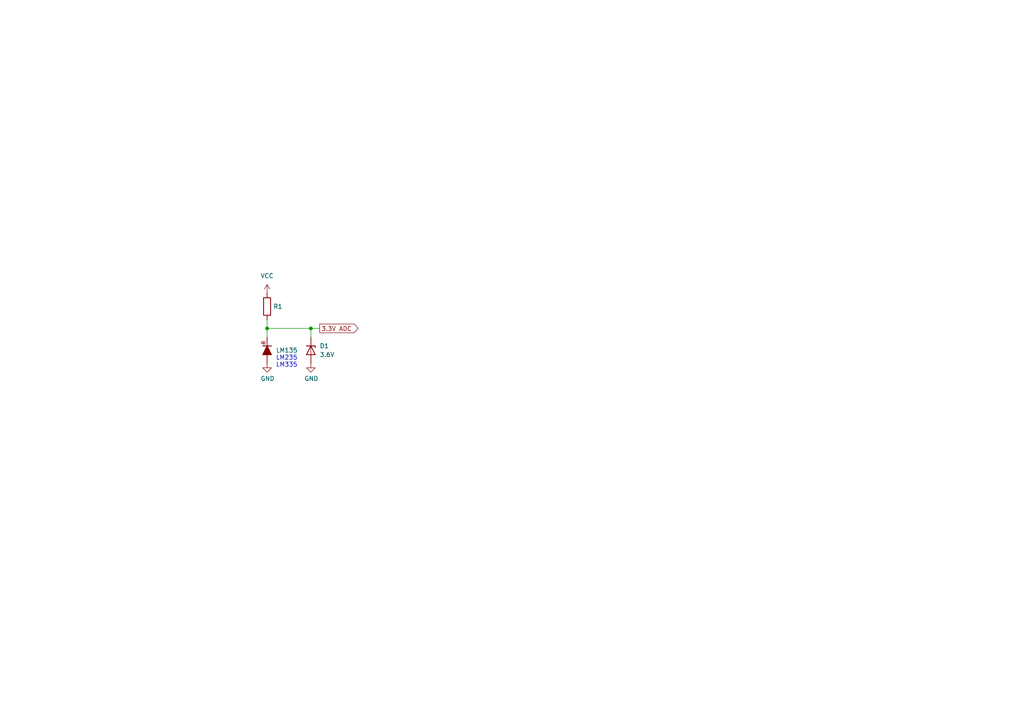
<source format=kicad_sch>
(kicad_sch (version 20250114) (generator "eeschema") (generator_version "9.0")
  (paper "A4")
  (lib_symbols
    (symbol "Device:D_Temperature_Dependent_ALT" (pin_numbers (hide yes)) (pin_names (offset 1.016) (hide yes))
      (property "Reference" "D" (at 0 2.54 0))
      (property "Value" "Device_D_Temperature_Dependent_ALT" (at 0 -3.175 0))
      (symbol "D_Temperature_Dependent_ALT_0_1"
        (arc (start -2.6162 -1.1938) (mid -2.4918 -1.2903) (end -2.4892 -1.4478))
        (arc (start -2.4892 -0.8128) (mid -2.4148 -0.6332) (end -2.2352 -0.5588))
        (arc (start -2.2352 -0.5588) (mid -2.0556 -0.6332) (end -1.9812 -0.8128))
        (arc (start -2.2352 -1.0668) (mid -2.4148 -0.9924) (end -2.4892 -0.8128))
        (arc (start -2.2352 -1.7018) (mid -2.4148 -1.6274) (end -2.4892 -1.4478))
        (arc (start -1.9812 -1.4478) (mid -2.0556 -1.6274) (end -2.2352 -1.7018))
        (arc (start -1.6002 -0.8128) (mid -1.8752 -1.046) (end -2.2352 -1.0668))
        (polyline (pts (xy -1.9812 -1.4224) (xy -1.9812 -0.8128)))
        (polyline (pts (xy -1.27 1.27) (xy -1.27 -1.27)) (stroke (width 0.254)))
        (polyline (pts (xy 1.27 0) (xy -1.27 0)))
        (polyline (pts (xy 1.27 -1.27) (xy 1.27 1.27) (xy -1.27 0) (xy 1.27 -1.27)) (stroke (width 0.254)) (fill (type outline)))
      )
      (symbol "D_Temperature_Dependent_ALT_1_1"
        (pin passive line (at -3.81 0 0) (length 2.54) (name "K") (number "1"))
        (pin passive line (at 3.81 0 180) (length 2.54) (name "A") (number "2"))
      )
    )
    (symbol "Device:R" (pin_numbers (hide yes)) (pin_names (offset 0))
      (property "Reference" "R" (at 2.032 0 90))
      (property "Value" "R" (at 0 0 90))
      (symbol "R_0_1"
        (rectangle (start -1.016 -2.54) (end 1.016 2.54) (stroke (width 0.254)))
      )
      (symbol "R_1_1"
        (pin passive line (at 0 3.81 270) (length 1.27) (name "~") (number "1"))
        (pin passive line (at 0 -3.81 90) (length 1.27) (name "~") (number "2"))
      )
    )
    (symbol "Diode:DZ2S036X0L" (pin_numbers (hide yes)) (pin_names (hide yes))
      (property "Reference" "D" (at 0 2.54 0))
      (property "Value" "DZ2S036X0L" (at 0 -2.54 0))
      (symbol "DZ2S036X0L_0_1"
        (polyline (pts (xy -1.27 -1.27) (xy -1.27 1.27) (xy -0.762 1.27)) (stroke (width 0.254)))
        (polyline (pts (xy 1.27 0) (xy -1.27 0)))
        (polyline (pts (xy 1.27 -1.27) (xy 1.27 1.27) (xy -1.27 0) (xy 1.27 -1.27)) (stroke (width 0.254)))
      )
      (symbol "DZ2S036X0L_1_1"
        (pin passive line (at -3.81 0 0) (length 2.54) (name "K") (number "1"))
        (pin passive line (at 3.81 0 180) (length 2.54) (name "A") (number "2"))
      )
    )
    (symbol "power:GND" (power) (pin_names (offset 0))
      (property "Value" "GND" (at 0 -3.81 0))
      (symbol "GND_0_1"
        (polyline (pts (xy 0 0) (xy 0 -1.27) (xy 1.27 -1.27) (xy 0 -2.54) (xy -1.27 -1.27) (xy 0 -1.27)))
      )
      (symbol "GND_1_1"
        (pin power_in line (at 0 0 270) (length 0) (hide yes) (name "GND") (number "1"))
      )
    )
    (symbol "power:VCC" (power) (pin_numbers (hide yes)) (pin_names (offset 0) (hide yes))
      (property "Value" "VCC" (at 0 3.556 0))
      (symbol "VCC_0_1"
        (polyline (pts (xy -0.762 1.27) (xy 0 2.54)))
        (polyline (pts (xy 0 2.54) (xy 0.762 1.27)))
        (polyline (pts (xy 0 0) (xy 0 2.54)))
      )
      (symbol "VCC_1_1"
        (pin power_in line (at 0 0 90) (length 0) (name "~") (number "1"))
      )
    )
  )
  (text "LM235\nLM335" (at 80.01 106.68 0) (effects (font (size 1.27 1.27)) (justify left bottom)))
  (junction (at 77.47 95.25))
  (junction (at 90.17 95.25))
  (wire (pts (xy 77.47 95.25) (xy 77.47 97.79)))
  (wire (pts (xy 90.17 95.25) (xy 92.71 95.25)))
  (wire (pts (xy 90.17 97.79) (xy 90.17 95.25)))
  (wire (pts (xy 77.47 92.71) (xy 77.47 95.25)))
  (wire (pts (xy 77.47 95.25) (xy 90.17 95.25)))
  (global_label "3.3V ADC" (shape output) (at 92.71 95.25 0) (property "Intersheetrefs" "${INTERSHEET_REFS}" (effects (hide yes))))
  (symbol (lib_id "Device:D_Temperature_Dependent_ALT") (at 77.47 101.6 270) (unit 1)
    (property "Reference" "D?" (effects (hide yes)))
    (property "Value" "LM135" (at 80.01 101.6 90) (effects (justify left)))
  )
  (symbol (lib_id "Device:R") (at 77.47 88.9 0) (unit 1)
    (property "Reference" "R1" (at 79.248 88.9 0) (effects (justify left)))
    (property "Value" "R" (effects (hide yes)))
  )
  (symbol (lib_id "power:GND") (at 77.47 105.41 0) (unit 1)
    (property "Reference" "#PWR?" (effects (hide yes)))
    (property "Value" "GND" (at 77.597 109.8042 0))
  )
  (symbol (lib_id "power:GND") (at 90.17 105.41 0) (unit 1)
    (property "Reference" "#PWR01" (effects (hide yes)))
    (property "Value" "GND" (at 90.297 109.8042 0))
  )
  (symbol (lib_id "power:VCC") (at 77.47 85.09 0) (unit 1)
    (property "Reference" "#PWR03" (effects (hide yes)))
    (property "Value" "VCC" (at 77.47 80.01 0))
    (property "Description" "Power symbol creates a global label with name \"VCC\"" (effects (hide yes)))
  )
  (symbol (lib_id "Diode:DZ2S036X0L") (at 90.17 101.6 270) (unit 1)
    (property "Reference" "D1" (at 92.71 100.3299 90) (effects (justify left)))
    (property "Value" "3.6V" (at 92.71 102.8699 90) (effects (justify left)))
    (property "Footprint" "Diode_SMD:D_SOD-523" (effects (hide yes)))
    (property "Datasheet" "https://industrial.panasonic.com/content/data/SC/ds/ds4/DZ2S03600L_E.pdf" (effects (hide yes)))
    (property "Description" "150mW Silicon Planar Zener Diode, 3.6V, SOD-523" (effects (hide yes)))
  )
)
</source>
